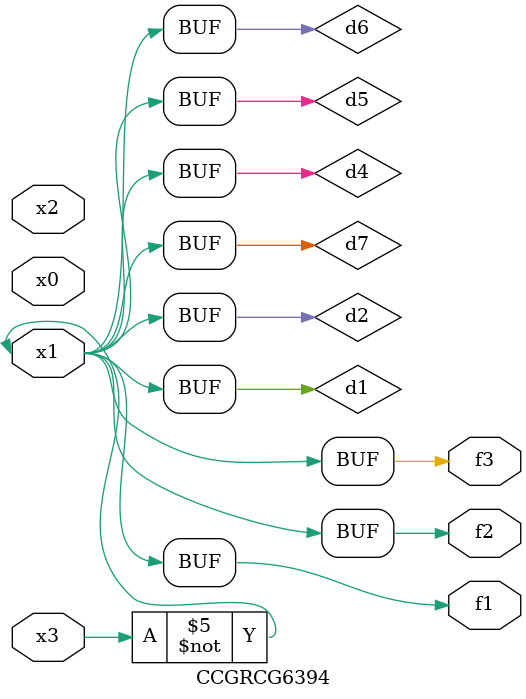
<source format=v>
module CCGRCG6394(
	input x0, x1, x2, x3,
	output f1, f2, f3
);

	wire d1, d2, d3, d4, d5, d6, d7;

	not (d1, x3);
	buf (d2, x1);
	xnor (d3, d1, d2);
	nor (d4, d1);
	buf (d5, d1, d2);
	buf (d6, d4, d5);
	nand (d7, d4);
	assign f1 = d6;
	assign f2 = d7;
	assign f3 = d6;
endmodule

</source>
